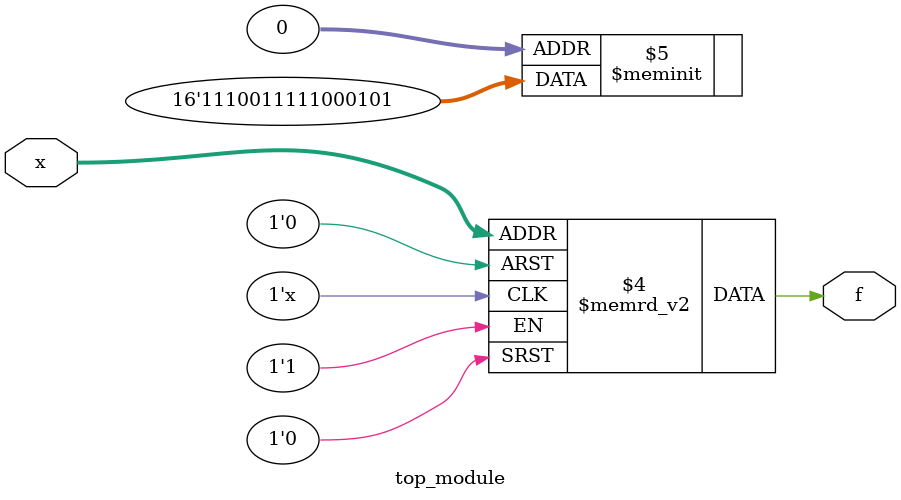
<source format=sv>
module top_module (
    input [4:1] x,
    output logic f
);

    always @(*) begin
        case (x)
            4'b0000: f = 1;
            4'b0001: f = 0;
            4'b0011: f = 0;
            4'b0010: f = 1;
            4'b0100: f = 0;
            4'b0101: f = 0;
            4'b0111: f = 1;
            4'b0110: f = 1;
            4'b1000: f = 1;
            4'b1001: f = 1;
            4'b1011: f = 0;
            4'b1010: f = 1;
            4'b1100: f = 0;
            4'b1101: f = 1;
            4'b1111: f = 1;
            4'b1110: f = 1;
            default: f = 0;
        endcase
    end

endmodule

</source>
